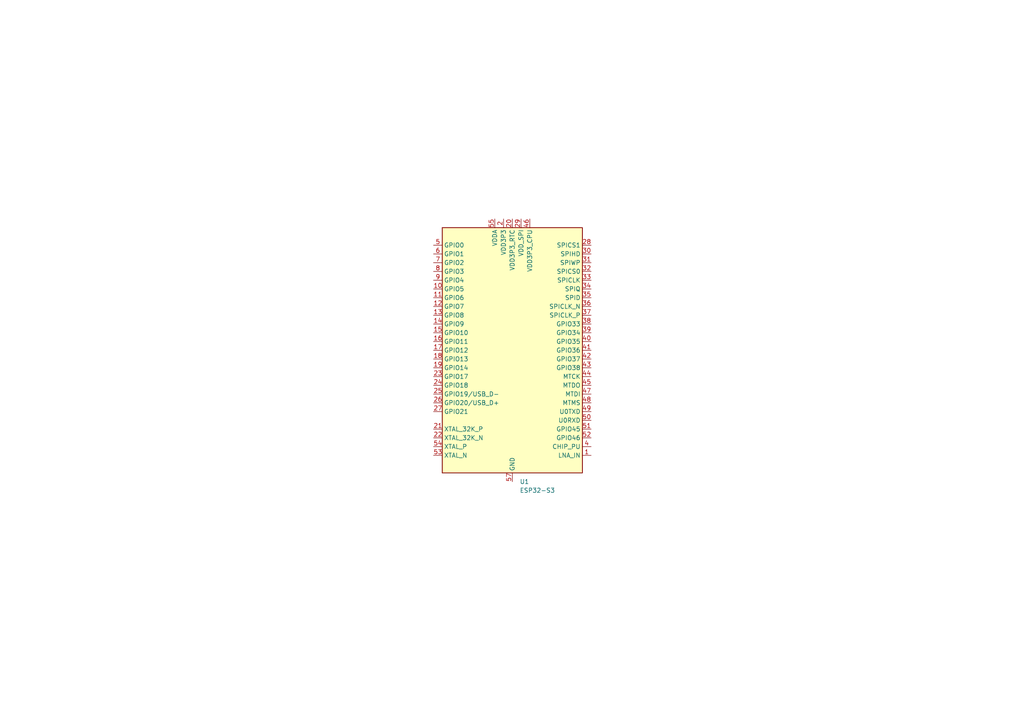
<source format=kicad_sch>
(kicad_sch (version 20250114) (generator "eeschema") (generator_version "9.0")
  (paper "A4")
  (lib_symbols
    (symbol "MCU_Espressif:ESP32-S3"
      (property "Reference" "U" (at 10.16 -38.1 0))
      (property "Value" "ESP32-S3" (at 13.97 -40.64 0))
      (symbol "ESP32-S3_0_1"
        (rectangle (start -20.32 35.56) (end 20.32 -35.56) (stroke (width 0.254)) (fill (type background)))
      )
      (symbol "ESP32-S3_1_0"
        (pin passive line (at -5.08 38.1 270) (length 2.54) (hide yes) (name "VDDA") (number "56"))
        (pin bidirectional line (at 22.86 12.7 180) (length 2.54) (name "SPICLK_N") (number "36"))
        (pin bidirectional line (at 22.86 -10.16 180) (length 2.54) (name "MTDO") (number "45"))
        (pin bidirectional line (at 22.86 -22.86 180) (length 2.54) (name "GPIO45") (number "51"))
      )
      (symbol "ESP32-S3_1_1"
        (pin bidirectional line (at -22.86 30.48 0) (length 2.54) (name "GPIO0") (number "5"))
        (pin bidirectional line (at -22.86 27.94 0) (length 2.54) (name "GPIO1") (number "6"))
        (pin bidirectional line (at -22.86 25.4 0) (length 2.54) (name "GPIO2") (number "7"))
        (pin bidirectional line (at -22.86 22.86 0) (length 2.54) (name "GPIO3") (number "8"))
        (pin bidirectional line (at -22.86 20.32 0) (length 2.54) (name "GPIO4") (number "9"))
        (pin bidirectional line (at -22.86 17.78 0) (length 2.54) (name "GPIO5") (number "10"))
        (pin bidirectional line (at -22.86 15.24 0) (length 2.54) (name "GPIO6") (number "11"))
        (pin bidirectional line (at -22.86 12.7 0) (length 2.54) (name "GPIO7") (number "12"))
        (pin bidirectional line (at -22.86 10.16 0) (length 2.54) (name "GPIO8") (number "13"))
        (pin bidirectional line (at -22.86 7.62 0) (length 2.54) (name "GPIO9") (number "14"))
        (pin bidirectional line (at -22.86 5.08 0) (length 2.54) (name "GPIO10") (number "15"))
        (pin bidirectional line (at -22.86 2.54 0) (length 2.54) (name "GPIO11") (number "16"))
        (pin bidirectional line (at -22.86 0 0) (length 2.54) (name "GPIO12") (number "17"))
        (pin bidirectional line (at -22.86 -2.54 0) (length 2.54) (name "GPIO13") (number "18"))
        (pin bidirectional line (at -22.86 -5.08 0) (length 2.54) (name "GPIO14") (number "19"))
        (pin bidirectional line (at -22.86 -7.62 0) (length 2.54) (name "GPIO17") (number "23"))
        (pin bidirectional line (at -22.86 -10.16 0) (length 2.54) (name "GPIO18") (number "24"))
        (pin bidirectional line (at -22.86 -12.7 0) (length 2.54) (name "GPIO19/USB_D-") (number "25"))
        (pin bidirectional line (at -22.86 -15.24 0) (length 2.54) (name "GPIO20/USB_D+") (number "26"))
        (pin bidirectional line (at -22.86 -17.78 0) (length 2.54) (name "GPIO21") (number "27"))
        (pin passive line (at -22.86 -22.86 0) (length 2.54) (name "XTAL_32K_P") (number "21"))
        (pin passive line (at -22.86 -25.4 0) (length 2.54) (name "XTAL_32K_N") (number "22"))
        (pin input line (at -22.86 -27.94 0) (length 2.54) (name "XTAL_P") (number "54"))
        (pin output line (at -22.86 -30.48 0) (length 2.54) (name "XTAL_N") (number "53"))
        (pin power_in line (at -5.08 38.1 270) (length 2.54) (name "VDDA") (number "55"))
        (pin power_in line (at -2.54 38.1 270) (length 2.54) (name "VDD3P3") (number "2"))
        (pin passive line (at -2.54 38.1 270) (length 2.54) (hide yes) (name "VDD3P3") (number "3"))
        (pin power_in line (at 0 38.1 270) (length 2.54) (name "VDD3P3_RTC") (number "20"))
        (pin power_in line (at 0 -38.1 90) (length 2.54) (name "GND") (number "57"))
        (pin power_in line (at 2.54 38.1 270) (length 2.54) (name "VDD_SPI") (number "29"))
        (pin power_in line (at 5.08 38.1 270) (length 2.54) (name "VDD3P3_CPU") (number "46"))
        (pin bidirectional line (at 22.86 30.48 180) (length 2.54) (name "SPICS1") (number "28"))
        (pin bidirectional line (at 22.86 27.94 180) (length 2.54) (name "SPIHD") (number "30"))
        (pin bidirectional line (at 22.86 25.4 180) (length 2.54) (name "SPIWP") (number "31"))
        (pin bidirectional line (at 22.86 22.86 180) (length 2.54) (name "SPICS0") (number "32"))
        (pin bidirectional line (at 22.86 20.32 180) (length 2.54) (name "SPICLK") (number "33"))
        (pin bidirectional line (at 22.86 17.78 180) (length 2.54) (name "SPIQ") (number "34"))
        (pin bidirectional line (at 22.86 15.24 180) (length 2.54) (name "SPID") (number "35"))
        (pin bidirectional line (at 22.86 10.16 180) (length 2.54) (name "SPICLK_P") (number "37"))
        (pin bidirectional line (at 22.86 7.62 180) (length 2.54) (name "GPIO33") (number "38"))
        (pin bidirectional line (at 22.86 5.08 180) (length 2.54) (name "GPIO34") (number "39"))
        (pin bidirectional line (at 22.86 2.54 180) (length 2.54) (name "GPIO35") (number "40"))
        (pin bidirectional line (at 22.86 0 180) (length 2.54) (name "GPIO36") (number "41"))
        (pin bidirectional line (at 22.86 -2.54 180) (length 2.54) (name "GPIO37") (number "42"))
        (pin bidirectional line (at 22.86 -5.08 180) (length 2.54) (name "GPIO38") (number "43"))
        (pin bidirectional line (at 22.86 -7.62 180) (length 2.54) (name "MTCK") (number "44"))
        (pin bidirectional line (at 22.86 -12.7 180) (length 2.54) (name "MTDI") (number "47"))
        (pin bidirectional line (at 22.86 -15.24 180) (length 2.54) (name "MTMS") (number "48"))
        (pin bidirectional line (at 22.86 -17.78 180) (length 2.54) (name "U0TXD") (number "49"))
        (pin bidirectional line (at 22.86 -20.32 180) (length 2.54) (name "U0RXD") (number "50"))
        (pin bidirectional line (at 22.86 -25.4 180) (length 2.54) (name "GPIO46") (number "52"))
        (pin input line (at 22.86 -27.94 180) (length 2.54) (name "CHIP_PU") (number "4"))
        (pin bidirectional line (at 22.86 -30.48 180) (length 2.54) (name "LNA_IN") (number "1"))
      )
    )
  )
  (symbol (lib_id "MCU_Espressif:ESP32-S3") (at 148.59 101.6 0) (unit 1)
    (property "Reference" "U1" (at 150.7333 139.7 0) (effects (justify left)))
    (property "Value" "ESP32-S3" (at 150.7333 142.24 0) (effects (justify left)))
    (property "Footprint" "Package_DFN_QFN:QFN-56-1EP_7x7mm_P0.4mm_EP4x4mm" (effects (hide yes)))
    (property "Datasheet" "https://www.espressif.com/sites/default/files/documentation/esp32-s3_datasheet_en.pdf" (effects (hide yes)))
    (property "Description" "Microcontroller, Wi-Fi 802.11b/g/n, Bluetooth, 32bit" (effects (hide yes)))
  )
)
</source>
